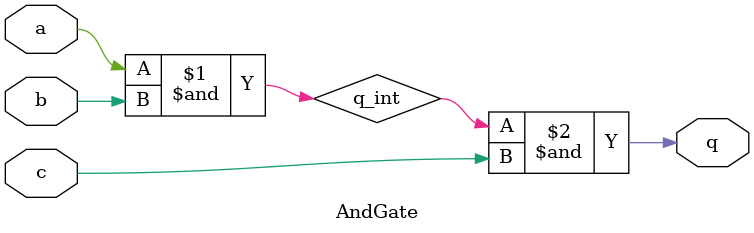
<source format=v>
/*
 * Teste de uma Porta E
 */

module AndGate (a, b, c, q);
	input a, b, c;
	output q;
	
	wire q_int;
	
	and u1 (q_int, a, b);
	and u2 (q, q_int, c);

endmodule
</source>
